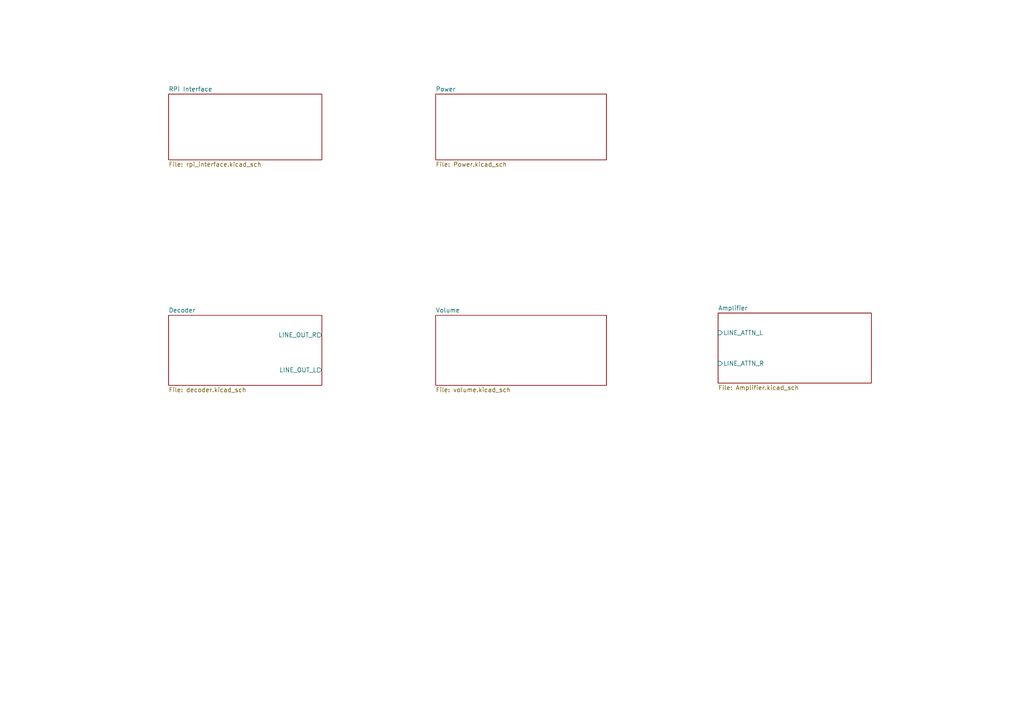
<source format=kicad_sch>
(kicad_sch (version 20211123) (generator eeschema)
  (paper "A4")
  (title_block (title "Spitfire") (rev "A"))
  (lib_symbols)
  (sheet (at 208.28 90.805) (size 44.45 20.32)
    (property "Sheet name" "Amplifier" (at 208.28 90.0934 0) (effects (justify left bottom)))
    (property "Sheet file" "Amplifier.kicad_sch" (at 208.28 111.7096 0) (effects (justify left top)))
    (pin "LINE_ATTN_L" input (at 208.28 96.52 180))
    (pin "LINE_ATTN_R" input (at 208.28 105.41 180))
  )
  (sheet (at 126.365 27.305) (size 49.53 19.05)
    (property "Sheet name" "Power" (at 126.365 26.5934 0) (effects (justify left bottom)))
    (property "Sheet file" "Power.kicad_sch" (at 126.365 46.9396 0) (effects (justify left top)))
  )
  (sheet (at 48.895 91.44) (size 44.45 20.32)
    (property "Sheet name" "Decoder" (at 48.895 90.7284 0) (effects (justify left bottom)))
    (property "Sheet file" "decoder.kicad_sch" (at 48.895 112.3446 0) (effects (justify left top)))
    (pin "LINE_OUT_R" output (at 93.345 97.155 0))
    (pin "LINE_OUT_L" output (at 93.345 107.315 0))
  )
  (sheet (at 126.365 91.44) (size 49.53 20.32) (stroke (width 0.1524))
    (property "Sheet name" "Volume" (at 126.365 90.7284 0) (effects (justify left bottom)))
    (property "Sheet file" "volume.kicad_sch" (at 126.365 112.3446 0) (effects (justify left top)))
  )
  (sheet (at 48.895 27.305) (size 44.45 19.05) (stroke (width 0.1524))
    (property "Sheet name" "RPi Interface" (at 48.895 26.5934 0) (effects (justify left bottom)))
    (property "Sheet file" "rpi_interface.kicad_sch" (at 48.895 46.9396 0) (effects (justify left top)))
  )
)
</source>
